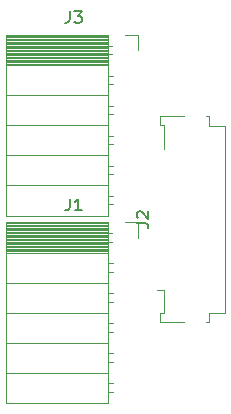
<source format=gbr>
%TF.GenerationSoftware,KiCad,Pcbnew,(6.0.5)*%
%TF.CreationDate,2023-11-29T10:07:13+07:00*%
%TF.ProjectId,conn_station,636f6e6e-5f73-4746-9174-696f6e2e6b69,rev?*%
%TF.SameCoordinates,Original*%
%TF.FileFunction,Legend,Top*%
%TF.FilePolarity,Positive*%
%FSLAX46Y46*%
G04 Gerber Fmt 4.6, Leading zero omitted, Abs format (unit mm)*
G04 Created by KiCad (PCBNEW (6.0.5)) date 2023-11-29 10:07:13*
%MOMM*%
%LPD*%
G01*
G04 APERTURE LIST*
%ADD10C,0.150000*%
%ADD11C,0.120000*%
G04 APERTURE END LIST*
D10*
%TO.C,J3*%
X101986666Y-57482380D02*
X101986666Y-58196666D01*
X101939047Y-58339523D01*
X101843809Y-58434761D01*
X101700952Y-58482380D01*
X101605714Y-58482380D01*
X102367619Y-57482380D02*
X102986666Y-57482380D01*
X102653333Y-57863333D01*
X102796190Y-57863333D01*
X102891428Y-57910952D01*
X102939047Y-57958571D01*
X102986666Y-58053809D01*
X102986666Y-58291904D01*
X102939047Y-58387142D01*
X102891428Y-58434761D01*
X102796190Y-58482380D01*
X102510476Y-58482380D01*
X102415238Y-58434761D01*
X102367619Y-58387142D01*
%TO.C,J1*%
X101986666Y-73357380D02*
X101986666Y-74071666D01*
X101939047Y-74214523D01*
X101843809Y-74309761D01*
X101700952Y-74357380D01*
X101605714Y-74357380D01*
X102986666Y-74357380D02*
X102415238Y-74357380D01*
X102700952Y-74357380D02*
X102700952Y-73357380D01*
X102605714Y-73500238D01*
X102510476Y-73595476D01*
X102415238Y-73643095D01*
%TO.C,J2*%
X107652380Y-75433333D02*
X108366666Y-75433333D01*
X108509523Y-75480952D01*
X108604761Y-75576190D01*
X108652380Y-75719047D01*
X108652380Y-75814285D01*
X107747619Y-75004761D02*
X107700000Y-74957142D01*
X107652380Y-74861904D01*
X107652380Y-74623809D01*
X107700000Y-74528571D01*
X107747619Y-74480952D01*
X107842857Y-74433333D01*
X107938095Y-74433333D01*
X108080952Y-74480952D01*
X108652380Y-75052380D01*
X108652380Y-74433333D01*
D11*
%TO.C,J3*%
X105240000Y-73860000D02*
X105650000Y-73860000D01*
X105240000Y-65520000D02*
X105650000Y-65520000D01*
X96610000Y-64610000D02*
X105240000Y-64610000D01*
X96610000Y-59944285D02*
X105240000Y-59944285D01*
X105240000Y-70600000D02*
X105650000Y-70600000D01*
X105240000Y-60440000D02*
X105590000Y-60440000D01*
X96610000Y-60416665D02*
X105240000Y-60416665D01*
X107810000Y-59470000D02*
X107810000Y-60800000D01*
X96610000Y-60298570D02*
X105240000Y-60298570D01*
X96610000Y-61833805D02*
X105240000Y-61833805D01*
X96610000Y-61361425D02*
X105240000Y-61361425D01*
X105240000Y-61160000D02*
X105590000Y-61160000D01*
X105240000Y-62980000D02*
X105650000Y-62980000D01*
X96610000Y-61243330D02*
X105240000Y-61243330D01*
X96610000Y-61479520D02*
X105240000Y-61479520D01*
X96610000Y-61597615D02*
X105240000Y-61597615D01*
X96610000Y-59470000D02*
X105240000Y-59470000D01*
X96610000Y-69690000D02*
X105240000Y-69690000D01*
X96610000Y-59708095D02*
X105240000Y-59708095D01*
X96610000Y-62070000D02*
X105240000Y-62070000D01*
X96610000Y-59590000D02*
X105240000Y-59590000D01*
X96610000Y-59470000D02*
X96610000Y-74830000D01*
X96610000Y-60180475D02*
X105240000Y-60180475D01*
X96610000Y-60652855D02*
X105240000Y-60652855D01*
X96610000Y-61125235D02*
X105240000Y-61125235D01*
X105240000Y-66240000D02*
X105650000Y-66240000D01*
X96610000Y-61715710D02*
X105240000Y-61715710D01*
X105240000Y-73140000D02*
X105650000Y-73140000D01*
X105240000Y-68780000D02*
X105650000Y-68780000D01*
X105240000Y-68060000D02*
X105650000Y-68060000D01*
X96610000Y-67150000D02*
X105240000Y-67150000D01*
X96610000Y-59826190D02*
X105240000Y-59826190D01*
X96610000Y-61951900D02*
X105240000Y-61951900D01*
X96610000Y-60534760D02*
X105240000Y-60534760D01*
X106700000Y-59470000D02*
X107810000Y-59470000D01*
X105240000Y-59470000D02*
X105240000Y-74830000D01*
X105240000Y-63700000D02*
X105650000Y-63700000D01*
X105240000Y-71320000D02*
X105650000Y-71320000D01*
X96610000Y-72230000D02*
X105240000Y-72230000D01*
X96610000Y-60062380D02*
X105240000Y-60062380D01*
X96610000Y-60889045D02*
X105240000Y-60889045D01*
X96610000Y-74830000D02*
X105240000Y-74830000D01*
X96610000Y-61007140D02*
X105240000Y-61007140D01*
X96610000Y-60770950D02*
X105240000Y-60770950D01*
%TO.C,J1*%
X96610000Y-77945000D02*
X105240000Y-77945000D01*
X96610000Y-77708805D02*
X105240000Y-77708805D01*
X96610000Y-77826900D02*
X105240000Y-77826900D01*
X105240000Y-82115000D02*
X105650000Y-82115000D01*
X96610000Y-75701190D02*
X105240000Y-75701190D01*
X96610000Y-75345000D02*
X105240000Y-75345000D01*
X96610000Y-76173570D02*
X105240000Y-76173570D01*
X105240000Y-84655000D02*
X105650000Y-84655000D01*
X96610000Y-77236425D02*
X105240000Y-77236425D01*
X96610000Y-76409760D02*
X105240000Y-76409760D01*
X105240000Y-86475000D02*
X105650000Y-86475000D01*
X96610000Y-80485000D02*
X105240000Y-80485000D01*
X96610000Y-76291665D02*
X105240000Y-76291665D01*
X105240000Y-77035000D02*
X105590000Y-77035000D01*
X96610000Y-75465000D02*
X105240000Y-75465000D01*
X96610000Y-76645950D02*
X105240000Y-76645950D01*
X96610000Y-77590710D02*
X105240000Y-77590710D01*
X105240000Y-78855000D02*
X105650000Y-78855000D01*
X96610000Y-77472615D02*
X105240000Y-77472615D01*
X105240000Y-87195000D02*
X105650000Y-87195000D01*
X96610000Y-75819285D02*
X105240000Y-75819285D01*
X96610000Y-77354520D02*
X105240000Y-77354520D01*
X96610000Y-88105000D02*
X105240000Y-88105000D01*
X96610000Y-76527855D02*
X105240000Y-76527855D01*
X96610000Y-77118330D02*
X105240000Y-77118330D01*
X96610000Y-77000235D02*
X105240000Y-77000235D01*
X96610000Y-76055475D02*
X105240000Y-76055475D01*
X105240000Y-81395000D02*
X105650000Y-81395000D01*
X96610000Y-75937380D02*
X105240000Y-75937380D01*
X107810000Y-75345000D02*
X107810000Y-76675000D01*
X96610000Y-90705000D02*
X105240000Y-90705000D01*
X105240000Y-89735000D02*
X105650000Y-89735000D01*
X96610000Y-75583095D02*
X105240000Y-75583095D01*
X105240000Y-76315000D02*
X105590000Y-76315000D01*
X105240000Y-79575000D02*
X105650000Y-79575000D01*
X106700000Y-75345000D02*
X107810000Y-75345000D01*
X96610000Y-75345000D02*
X96610000Y-90705000D01*
X96610000Y-76764045D02*
X105240000Y-76764045D01*
X96610000Y-85565000D02*
X105240000Y-85565000D01*
X96610000Y-76882140D02*
X105240000Y-76882140D01*
X105240000Y-75345000D02*
X105240000Y-90705000D01*
X105240000Y-89015000D02*
X105650000Y-89015000D01*
X105240000Y-83935000D02*
X105650000Y-83935000D01*
X96610000Y-83025000D02*
X105240000Y-83025000D01*
%TO.C,J2*%
X113810000Y-66390000D02*
X113510000Y-66390000D01*
X113810000Y-83810000D02*
X113810000Y-83010000D01*
X109640000Y-83040000D02*
X109640000Y-83810000D01*
X109990000Y-67160000D02*
X109990000Y-69140000D01*
X115110000Y-67190000D02*
X113810000Y-67190000D01*
X109640000Y-83810000D02*
X111690000Y-83810000D01*
X115110000Y-83010000D02*
X115110000Y-67190000D01*
X109400000Y-81060000D02*
X109990000Y-81060000D01*
X113510000Y-83810000D02*
X113810000Y-83810000D01*
X109990000Y-81060000D02*
X109990000Y-83040000D01*
X113810000Y-67190000D02*
X113810000Y-66390000D01*
X109640000Y-67160000D02*
X109990000Y-67160000D01*
X109640000Y-66390000D02*
X109640000Y-67160000D01*
X113810000Y-83010000D02*
X115110000Y-83010000D01*
X109990000Y-83040000D02*
X109640000Y-83040000D01*
X111690000Y-66390000D02*
X109640000Y-66390000D01*
%TD*%
M02*

</source>
